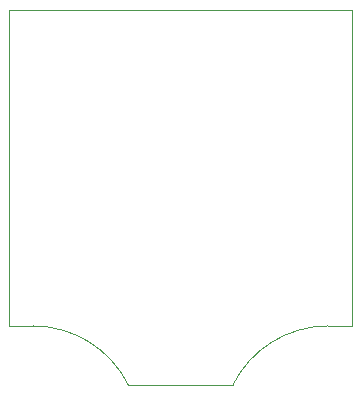
<source format=gko>
%FSLAX25Y25*%
%MOIN*%
G70*
G01*
G75*
G04 Layer_Color=16711935*
%ADD10R,0.19685X0.19685*%
%ADD11R,0.15748X0.15748*%
%ADD12C,0.00787*%
%ADD13R,0.05906X0.05906*%
%ADD14C,0.05906*%
%ADD15C,0.01181*%
%ADD16R,0.20485X0.20485*%
%ADD17R,0.16548X0.16548*%
%ADD18R,0.06706X0.06706*%
%ADD19C,0.06706*%
%ADD20C,0.00394*%
D20*
X62992Y274606D02*
G03*
X31261Y254940I0J-35433D01*
G01*
X-3603D02*
G03*
X-35335Y274606I-31732J-15767D01*
G01*
X-43307D02*
Y379921D01*
X70866Y274606D02*
Y379921D01*
X-43307D02*
X70866D01*
X62992Y274606D02*
X70866D01*
X-43307D02*
X-35335D01*
X-3603Y254921D02*
X31299D01*
M02*

</source>
